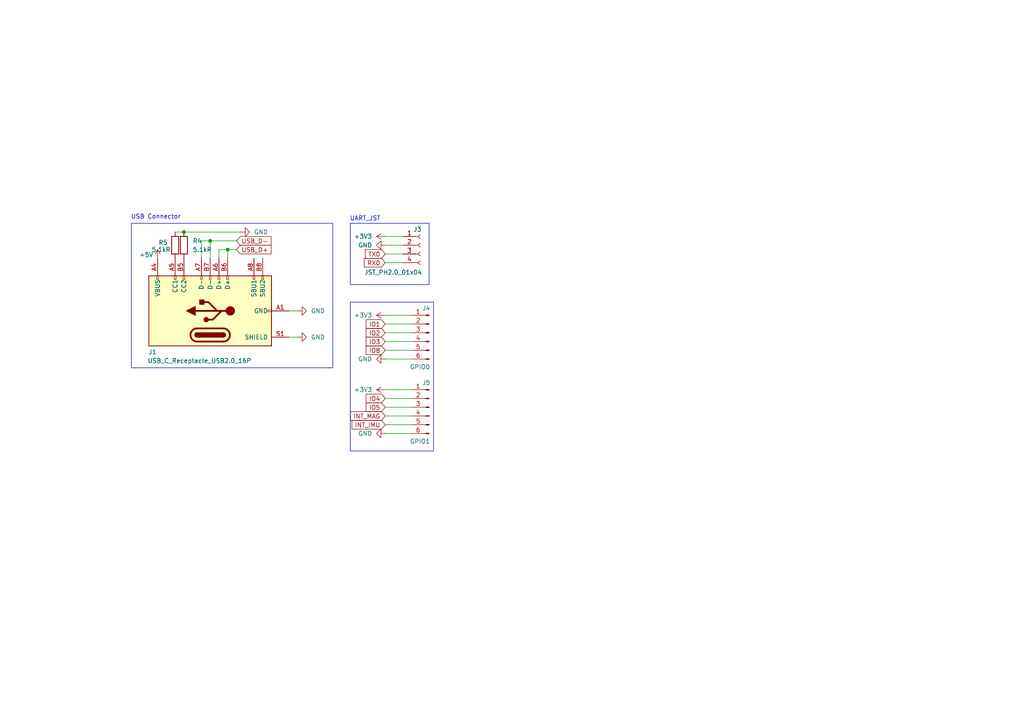
<source format=kicad_sch>
(kicad_sch (version 20250114) (generator "eeschema") (generator_version "9.0")
  (paper "A4")
  (lib_symbols
    (symbol "Connector:Conn_01x04_Socket" (pin_names (offset 1.016) (hide yes))
      (property "Reference" "J" (at 0 5.08 0))
      (property "Value" "Conn_01x04_Socket" (at 0 -7.62 0))
      (symbol "Conn_01x04_Socket_1_1"
        (polyline (pts (xy -1.27 2.54) (xy -0.508 2.54)) (stroke (width 0.1524)))
        (polyline (pts (xy -1.27 0) (xy -0.508 0)) (stroke (width 0.1524)))
        (polyline (pts (xy -1.27 -2.54) (xy -0.508 -2.54)) (stroke (width 0.1524)))
        (polyline (pts (xy -1.27 -5.08) (xy -0.508 -5.08)) (stroke (width 0.1524)))
        (arc (start 0 2.032) (mid -0.5058 2.54) (end 0 3.048) (stroke (width 0.1524)))
        (arc (start 0 -0.508) (mid -0.5058 0) (end 0 0.508) (stroke (width 0.1524)))
        (arc (start 0 -3.048) (mid -0.5058 -2.54) (end 0 -2.032) (stroke (width 0.1524)))
        (arc (start 0 -5.588) (mid -0.5058 -5.08) (end 0 -4.572) (stroke (width 0.1524)))
        (pin passive line (at -5.08 2.54 0) (length 3.81) (name "Pin_1") (number "1"))
        (pin passive line (at -5.08 0 0) (length 3.81) (name "Pin_2") (number "2"))
        (pin passive line (at -5.08 -2.54 0) (length 3.81) (name "Pin_3") (number "3"))
        (pin passive line (at -5.08 -5.08 0) (length 3.81) (name "Pin_4") (number "4"))
      )
    )
    (symbol "Connector:Conn_01x06_Pin" (pin_names (offset 1.016) (hide yes))
      (property "Reference" "J" (at 0 7.62 0))
      (property "Value" "Conn_01x06_Pin" (at 0 -10.16 0))
      (symbol "Conn_01x06_Pin_1_1"
        (rectangle (start 0.8636 5.207) (end 0 4.953) (stroke (width 0.1524)) (fill (type outline)))
        (rectangle (start 0.8636 2.667) (end 0 2.413) (stroke (width 0.1524)) (fill (type outline)))
        (rectangle (start 0.8636 0.127) (end 0 -0.127) (stroke (width 0.1524)) (fill (type outline)))
        (rectangle (start 0.8636 -2.413) (end 0 -2.667) (stroke (width 0.1524)) (fill (type outline)))
        (rectangle (start 0.8636 -4.953) (end 0 -5.207) (stroke (width 0.1524)) (fill (type outline)))
        (rectangle (start 0.8636 -7.493) (end 0 -7.747) (stroke (width 0.1524)) (fill (type outline)))
        (polyline (pts (xy 1.27 5.08) (xy 0.8636 5.08)) (stroke (width 0.1524)))
        (polyline (pts (xy 1.27 2.54) (xy 0.8636 2.54)) (stroke (width 0.1524)))
        (polyline (pts (xy 1.27 0) (xy 0.8636 0)) (stroke (width 0.1524)))
        (polyline (pts (xy 1.27 -2.54) (xy 0.8636 -2.54)) (stroke (width 0.1524)))
        (polyline (pts (xy 1.27 -5.08) (xy 0.8636 -5.08)) (stroke (width 0.1524)))
        (polyline (pts (xy 1.27 -7.62) (xy 0.8636 -7.62)) (stroke (width 0.1524)))
        (pin passive line (at 5.08 5.08 180) (length 3.81) (name "Pin_1") (number "1"))
        (pin passive line (at 5.08 2.54 180) (length 3.81) (name "Pin_2") (number "2"))
        (pin passive line (at 5.08 0 180) (length 3.81) (name "Pin_3") (number "3"))
        (pin passive line (at 5.08 -2.54 180) (length 3.81) (name "Pin_4") (number "4"))
        (pin passive line (at 5.08 -5.08 180) (length 3.81) (name "Pin_5") (number "5"))
        (pin passive line (at 5.08 -7.62 180) (length 3.81) (name "Pin_6") (number "6"))
      )
    )
    (symbol "Connector:USB_C_Receptacle_USB2.0_16P" (pin_names (offset 1.016))
      (property "Reference" "J" (at 0 22.225 0))
      (property "Value" "USB_C_Receptacle_USB2.0_16P" (at 0 19.685 0))
      (symbol "USB_C_Receptacle_USB2.0_16P_0_0"
        (rectangle (start -0.254 -17.78) (end 0.254 -16.764))
        (rectangle (start 10.16 15.494) (end 9.144 14.986))
        (rectangle (start 10.16 10.414) (end 9.144 9.906))
        (rectangle (start 10.16 7.874) (end 9.144 7.366))
        (rectangle (start 10.16 2.794) (end 9.144 2.286))
        (rectangle (start 10.16 0.254) (end 9.144 -0.254))
        (rectangle (start 10.16 -2.286) (end 9.144 -2.794))
        (rectangle (start 10.16 -4.826) (end 9.144 -5.334))
        (rectangle (start 10.16 -12.446) (end 9.144 -12.954))
        (rectangle (start 10.16 -14.986) (end 9.144 -15.494))
      )
      (symbol "USB_C_Receptacle_USB2.0_16P_0_1"
        (rectangle (start -10.16 17.78) (end 10.16 -17.78) (stroke (width 0.254)) (fill (type background)))
        (polyline (pts (xy -8.89 -3.81) (xy -8.89 3.81)) (stroke (width 0.508)))
        (rectangle (start -7.62 -3.81) (end -6.35 3.81) (stroke (width 0.254)) (fill (type outline)))
        (arc (start -7.62 3.81) (mid -6.985 4.4423) (end -6.35 3.81) (stroke (width 0.254)))
        (arc (start -7.62 3.81) (mid -6.985 4.4423) (end -6.35 3.81) (stroke (width 0.254)) (fill (type outline)))
        (arc (start -8.89 3.81) (mid -6.985 5.7067) (end -5.08 3.81) (stroke (width 0.508)))
        (arc (start -5.08 -3.81) (mid -6.985 -5.7067) (end -8.89 -3.81) (stroke (width 0.508)))
        (arc (start -6.35 -3.81) (mid -6.985 -4.4423) (end -7.62 -3.81) (stroke (width 0.254)))
        (arc (start -6.35 -3.81) (mid -6.985 -4.4423) (end -7.62 -3.81) (stroke (width 0.254)) (fill (type outline)))
        (polyline (pts (xy -5.08 3.81) (xy -5.08 -3.81)) (stroke (width 0.508)))
        (circle (center -2.54 1.143) (radius 0.635) (stroke (width 0.254)) (fill (type outline)))
        (polyline (pts (xy -1.27 4.318) (xy 0 6.858) (xy 1.27 4.318) (xy -1.27 4.318)) (stroke (width 0.254)) (fill (type outline)))
        (polyline (pts (xy 0 -2.032) (xy 2.54 0.508) (xy 2.54 1.778)) (stroke (width 0.508)))
        (polyline (pts (xy 0 -3.302) (xy -2.54 -0.762) (xy -2.54 0.508)) (stroke (width 0.508)))
        (polyline (pts (xy 0 -5.842) (xy 0 4.318)) (stroke (width 0.508)))
        (circle (center 0 -5.842) (radius 1.27) (fill (type outline)))
        (rectangle (start 1.905 1.778) (end 3.175 3.048) (stroke (width 0.254)) (fill (type outline)))
      )
      (symbol "USB_C_Receptacle_USB2.0_16P_1_1"
        (pin passive line (at -7.62 -22.86 90) (length 5.08) (name "SHIELD") (number "S1"))
        (pin passive line (at 0 -22.86 90) (length 5.08) (name "GND") (number "A1"))
        (pin passive line (at 0 -22.86 90) (length 5.08) (hide yes) (name "GND") (number "A12"))
        (pin passive line (at 0 -22.86 90) (length 5.08) (hide yes) (name "GND") (number "B1"))
        (pin passive line (at 0 -22.86 90) (length 5.08) (hide yes) (name "GND") (number "B12"))
        (pin passive line (at 15.24 15.24 180) (length 5.08) (name "VBUS") (number "A4"))
        (pin passive line (at 15.24 15.24 180) (length 5.08) (hide yes) (name "VBUS") (number "A9"))
        (pin passive line (at 15.24 15.24 180) (length 5.08) (hide yes) (name "VBUS") (number "B4"))
        (pin passive line (at 15.24 15.24 180) (length 5.08) (hide yes) (name "VBUS") (number "B9"))
        (pin bidirectional line (at 15.24 10.16 180) (length 5.08) (name "CC1") (number "A5"))
        (pin bidirectional line (at 15.24 7.62 180) (length 5.08) (name "CC2") (number "B5"))
        (pin bidirectional line (at 15.24 2.54 180) (length 5.08) (name "D-") (number "A7"))
        (pin bidirectional line (at 15.24 0 180) (length 5.08) (name "D-") (number "B7"))
        (pin bidirectional line (at 15.24 -2.54 180) (length 5.08) (name "D+") (number "A6"))
        (pin bidirectional line (at 15.24 -5.08 180) (length 5.08) (name "D+") (number "B6"))
        (pin bidirectional line (at 15.24 -12.7 180) (length 5.08) (name "SBU1") (number "A8"))
        (pin bidirectional line (at 15.24 -15.24 180) (length 5.08) (name "SBU2") (number "B8"))
      )
    )
    (symbol "Device:R" (pin_numbers (hide yes)) (pin_names (offset 0))
      (property "Reference" "R" (at 2.032 0 90))
      (property "Value" "R" (at 0 0 90))
      (symbol "R_0_1"
        (rectangle (start -1.016 -2.54) (end 1.016 2.54) (stroke (width 0.254)))
      )
      (symbol "R_1_1"
        (pin passive line (at 0 3.81 270) (length 1.27) (name "~") (number "1"))
        (pin passive line (at 0 -3.81 90) (length 1.27) (name "~") (number "2"))
      )
    )
    (symbol "power:+3.3V" (power) (pin_numbers (hide yes)) (pin_names (offset 0) (hide yes))
      (property "Value" "+3.3V" (at 0 3.556 0))
      (symbol "+3.3V_0_1"
        (polyline (pts (xy -0.762 1.27) (xy 0 2.54)))
        (polyline (pts (xy 0 2.54) (xy 0.762 1.27)))
        (polyline (pts (xy 0 0) (xy 0 2.54)))
      )
      (symbol "+3.3V_1_1"
        (pin power_in line (at 0 0 90) (length 0) (name "~") (number "1"))
      )
    )
    (symbol "power:+3V3" (power) (pin_numbers (hide yes)) (pin_names (offset 0) (hide yes))
      (property "Value" "+3V3" (at 0 3.556 0))
      (symbol "+3V3_0_1"
        (polyline (pts (xy -0.762 1.27) (xy 0 2.54)))
        (polyline (pts (xy 0 2.54) (xy 0.762 1.27)))
        (polyline (pts (xy 0 0) (xy 0 2.54)))
      )
      (symbol "+3V3_1_1"
        (pin power_in line (at 0 0 90) (length 0) (name "~") (number "1"))
      )
    )
    (symbol "power:+5V" (power) (pin_numbers (hide yes)) (pin_names (offset 0) (hide yes))
      (property "Value" "+5V" (at 0 3.556 0))
      (symbol "+5V_0_1"
        (polyline (pts (xy -0.762 1.27) (xy 0 2.54)))
        (polyline (pts (xy 0 2.54) (xy 0.762 1.27)))
        (polyline (pts (xy 0 0) (xy 0 2.54)))
      )
      (symbol "+5V_1_1"
        (pin power_in line (at 0 0 90) (length 0) (name "~") (number "1"))
      )
    )
    (symbol "power:GND" (power) (pin_numbers (hide yes)) (pin_names (offset 0) (hide yes))
      (property "Value" "GND" (at 0 -3.81 0))
      (symbol "GND_0_1"
        (polyline (pts (xy 0 0) (xy 0 -1.27) (xy 1.27 -1.27) (xy 0 -2.54) (xy -1.27 -1.27) (xy 0 -1.27)))
      )
      (symbol "GND_1_1"
        (pin power_in line (at 0 0 270) (length 0) (name "~") (number "1"))
      )
    )
  )
  (rectangle (start 101.6 64.77) (end 124.46 82.55))
  (rectangle (start 101.6 87.63) (end 125.73 130.81))
  (rectangle (start 38.1 64.77) (end 96.52 106.68))
  (text "USB Connector" (at 45.212 62.992 0) (effects (font (size 1.27 1.27))))
  (text "UART_JST" (at 105.918 63.5 0) (effects (font (size 1.27 1.27))))
  (junction (at 60.96 69.85))
  (junction (at 66.04 72.39))
  (junction (at 53.34 67.31))
  (wire (pts (xy 111.76 93.98) (xy 119.38 93.98)))
  (wire (pts (xy 111.76 123.19) (xy 119.38 123.19)))
  (wire (pts (xy 66.04 72.39) (xy 66.04 74.93)))
  (wire (pts (xy 111.76 125.73) (xy 119.38 125.73)))
  (wire (pts (xy 50.8 67.31) (xy 53.34 67.31)))
  (wire (pts (xy 53.34 67.31) (xy 69.85 67.31)))
  (wire (pts (xy 111.76 115.57) (xy 119.38 115.57)))
  (wire (pts (xy 111.76 73.66) (xy 116.84 73.66)))
  (wire (pts (xy 111.76 68.58) (xy 116.84 68.58)))
  (wire (pts (xy 58.42 69.85) (xy 60.96 69.85)))
  (wire (pts (xy 60.96 74.93) (xy 60.96 69.85)))
  (wire (pts (xy 111.76 113.03) (xy 119.38 113.03)))
  (wire (pts (xy 111.76 104.14) (xy 119.38 104.14)))
  (wire (pts (xy 111.76 91.44) (xy 119.38 91.44)))
  (wire (pts (xy 63.5 72.39) (xy 66.04 72.39)))
  (wire (pts (xy 83.82 90.17) (xy 86.36 90.17)))
  (wire (pts (xy 63.5 74.93) (xy 63.5 72.39)))
  (wire (pts (xy 60.96 69.85) (xy 68.58 69.85)))
  (wire (pts (xy 111.76 120.65) (xy 119.38 120.65)))
  (wire (pts (xy 66.04 72.39) (xy 68.58 72.39)))
  (wire (pts (xy 83.82 97.79) (xy 86.36 97.79)))
  (wire (pts (xy 111.76 99.06) (xy 119.38 99.06)))
  (wire (pts (xy 111.76 71.12) (xy 116.84 71.12)))
  (wire (pts (xy 111.76 101.6) (xy 119.38 101.6)))
  (wire (pts (xy 111.76 118.11) (xy 119.38 118.11)))
  (wire (pts (xy 111.76 76.2) (xy 116.84 76.2)))
  (wire (pts (xy 58.42 74.93) (xy 58.42 69.85)))
  (wire (pts (xy 111.76 96.52) (xy 119.38 96.52)))
  (global_label "USB_D-" (shape input) (at 68.58 69.85 0) (property "Intersheetrefs" "${INTERSHEET_REFS}" (effects (hide yes))))
  (global_label "USB_D+" (shape input) (at 68.58 72.39 0) (property "Intersheetrefs" "${INTERSHEET_REFS}" (effects (hide yes))))
  (global_label "IO2" (shape input) (at 111.76 96.52 180) (property "Intersheetrefs" "${INTERSHEET_REFS}" (effects (hide yes))))
  (global_label "TX0" (shape input) (at 111.76 73.66 180) (property "Intersheetrefs" "${INTERSHEET_REFS}" (effects (hide yes))))
  (global_label "IO5" (shape input) (at 111.76 118.11 180) (property "Intersheetrefs" "${INTERSHEET_REFS}" (effects (hide yes))))
  (global_label "INT_IMU" (shape input) (at 111.76 123.19 180) (property "Intersheetrefs" "${INTERSHEET_REFS}" (effects (hide yes))))
  (global_label "RX0" (shape input) (at 111.76 76.2 180) (property "Intersheetrefs" "${INTERSHEET_REFS}" (effects (hide yes))))
  (global_label "IO3" (shape input) (at 111.76 99.06 180) (property "Intersheetrefs" "${INTERSHEET_REFS}" (effects (hide yes))))
  (global_label "IO1" (shape input) (at 111.76 93.98 180) (property "Intersheetrefs" "${INTERSHEET_REFS}" (effects (hide yes))))
  (global_label "INT_MAG" (shape input) (at 111.76 120.65 180) (property "Intersheetrefs" "${INTERSHEET_REFS}" (effects (hide yes))))
  (global_label "IO4" (shape input) (at 111.76 115.57 180) (property "Intersheetrefs" "${INTERSHEET_REFS}" (effects (hide yes))))
  (global_label "IO8" (shape input) (at 111.76 101.6 180) (property "Intersheetrefs" "${INTERSHEET_REFS}" (effects (hide yes))))
  (symbol (lib_id "power:GND") (at 111.76 104.14 270) (unit 1)
    (property "Reference" "#PWR043" (effects (hide yes)))
    (property "Value" "GND" (at 107.95 104.1399 90) (effects (justify right)))
    (property "Description" "Power symbol creates a global label with name \"GND\" , ground" (effects (hide yes)))
  )
  (symbol (lib_id "Connector:Conn_01x06_Pin") (at 124.46 96.52 0) (mirror y) (unit 1)
    (property "Reference" "J4" (at 122.428 89.408 0) (effects (justify right)))
    (property "Value" "GPIO0" (at 118.872 106.426 0) (effects (justify right)))
    (property "Footprint" "Connector_PinHeader_2.54mm:PinHeader_1x06_P2.54mm_Vertical" (effects (hide yes)))
    (property "Description" "Generic connector, single row, 01x06, script generated" (effects (hide yes)))
  )
  (symbol (lib_id "Connector:USB_C_Receptacle_USB2.0_16P") (at 60.96 90.17 90) (unit 1)
    (property "Reference" "J1" (at 45.466 102.108 90) (effects (justify left)))
    (property "Value" "USB_C_Receptacle_USB2.0_16P" (at 72.898 104.648 90) (effects (justify left)))
    (property "Footprint" "Connector_USB:USB_C_Receptacle_GCT_USB4105-xx-A_16P_TopMnt_Horizontal" (effects (hide yes)))
    (property "Datasheet" "https://www.usb.org/sites/default/files/documents/usb_type-c.zip" (effects (hide yes)))
    (property "Description" "USB 2.0-only 16P Type-C Receptacle connector" (effects (hide yes)))
  )
  (symbol (lib_id "power:GND") (at 111.76 71.12 270) (unit 1)
    (property "Reference" "#PWR041" (effects (hide yes)))
    (property "Value" "GND" (at 107.95 71.1199 90) (effects (justify right)))
    (property "Description" "Power symbol creates a global label with name \"GND\" , ground" (effects (hide yes)))
  )
  (symbol (lib_id "power:+3.3V") (at 111.76 113.03 90) (unit 1)
    (property "Reference" "#PWR044" (effects (hide yes)))
    (property "Value" "+3V3" (at 107.95 113.0299 90) (effects (justify left)))
    (property "Description" "Power symbol creates a global label with name \"+3.3V\"" (effects (hide yes)))
  )
  (symbol (lib_id "Device:R") (at 53.34 71.12 0) (unit 1)
    (property "Reference" "R4" (at 55.88 69.8499 0) (effects (justify left)))
    (property "Value" "5.1kR" (at 55.88 72.3899 0) (effects (justify left)))
    (property "Footprint" "Resistor_SMD:R_0805_2012Metric_Pad1.20x1.40mm_HandSolder" (effects (hide yes)))
    (property "Description" "Resistor" (effects (hide yes)))
  )
  (symbol (lib_id "power:+3V3") (at 111.76 68.58 90) (unit 1)
    (property "Reference" "#PWR040" (effects (hide yes)))
    (property "Value" "+3V3" (at 107.95 68.5799 90) (effects (justify left)))
    (property "Description" "Power symbol creates a global label with name \"+3V3\"" (effects (hide yes)))
  )
  (symbol (lib_id "Device:R") (at 50.8 71.12 0) (unit 1)
    (property "Reference" "R5" (at 45.974 70.358 0) (effects (justify left)))
    (property "Value" "5.1kR" (at 43.942 72.39 0) (effects (justify left)))
    (property "Footprint" "Resistor_SMD:R_0805_2012Metric_Pad1.20x1.40mm_HandSolder" (effects (hide yes)))
    (property "Description" "Resistor" (effects (hide yes)))
  )
  (symbol (lib_id "power:+5V") (at 45.72 74.93 0) (unit 1)
    (property "Reference" "#PWR028" (effects (hide yes)))
    (property "Value" "+5V" (at 42.418 73.914 0))
    (property "Description" "Power symbol creates a global label with name \"+5V\"" (effects (hide yes)))
  )
  (symbol (lib_id "power:GND") (at 111.76 125.73 270) (unit 1)
    (property "Reference" "#PWR045" (effects (hide yes)))
    (property "Value" "GND" (at 107.95 125.7299 90) (effects (justify right)))
    (property "Description" "Power symbol creates a global label with name \"GND\" , ground" (effects (hide yes)))
  )
  (symbol (lib_id "power:+3.3V") (at 111.76 91.44 90) (unit 1)
    (property "Reference" "#PWR042" (effects (hide yes)))
    (property "Value" "+3V3" (at 107.95 91.4399 90) (effects (justify left)))
    (property "Description" "Power symbol creates a global label with name \"+3.3V\"" (effects (hide yes)))
  )
  (symbol (lib_id "power:GND") (at 69.85 67.31 90) (unit 1)
    (property "Reference" "#PWR09" (effects (hide yes)))
    (property "Value" "GND" (at 73.66 67.3099 90) (effects (justify right)))
    (property "Description" "Power symbol creates a global label with name \"GND\" , ground" (effects (hide yes)))
  )
  (symbol (lib_id "Connector:Conn_01x06_Pin") (at 124.46 118.11 0) (mirror y) (unit 1)
    (property "Reference" "J5" (at 122.428 110.998 0) (effects (justify right)))
    (property "Value" "GPIO1" (at 118.872 128.016 0) (effects (justify right)))
    (property "Footprint" "Connector_PinHeader_2.54mm:PinHeader_1x06_P2.54mm_Vertical" (effects (hide yes)))
    (property "Description" "Generic connector, single row, 01x06, script generated" (effects (hide yes)))
  )
  (symbol (lib_id "power:GND") (at 86.36 90.17 90) (unit 1)
    (property "Reference" "#PWR013" (effects (hide yes)))
    (property "Value" "GND" (at 90.17 90.1699 90) (effects (justify right)))
    (property "Description" "Power symbol creates a global label with name \"GND\" , ground" (effects (hide yes)))
  )
  (symbol (lib_id "power:GND") (at 86.36 97.79 90) (unit 1)
    (property "Reference" "#PWR014" (effects (hide yes)))
    (property "Value" "GND" (at 90.17 97.7899 90) (effects (justify right)))
    (property "Description" "Power symbol creates a global label with name \"GND\" , ground" (effects (hide yes)))
  )
  (symbol (lib_id "Connector:Conn_01x04_Socket") (at 121.92 71.12 0) (unit 1)
    (property "Reference" "J3" (at 119.888 66.548 0) (effects (justify left)))
    (property "Value" "JST_PH2.0_01x04" (at 105.664 78.994 0) (effects (justify left)))
    (property "Footprint" "Connector_JST:JST_PH_S4B-PH-K_1x04_P2.00mm_Horizontal" (effects (hide yes)))
    (property "Description" "Generic connector, single row, 01x04, script generated" (effects (hide yes)))
  )
)
</source>
